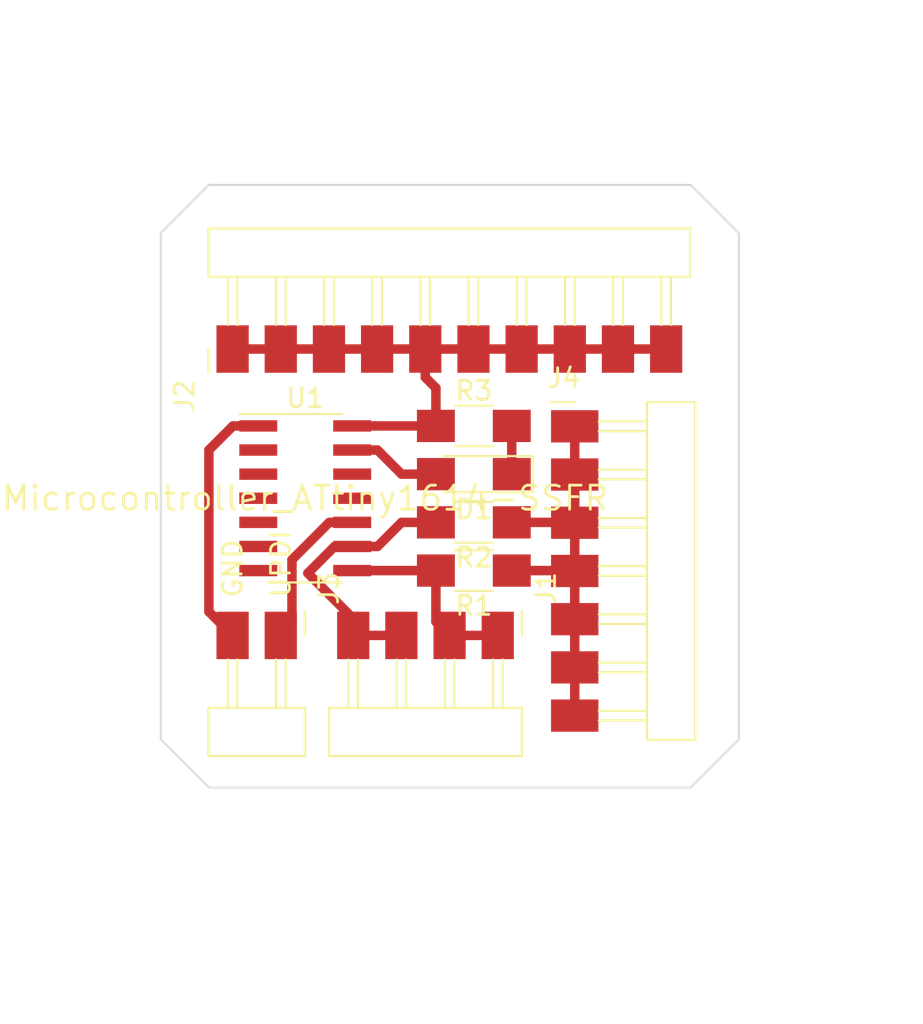
<source format=kicad_pcb>
(kicad_pcb (version 20211014) (generator pcbnew)
  (layers (0 "F.Cu" signal) (31 "B.Cu" signal) (34 "B.Paste" user) (35 "F.Paste" user) (36 "B.SilkS" user "B.Silkscreen") (37 "F.SilkS" user "F.Silkscreen") (38 "B.Mask" user) (39 "F.Mask" user) (44 "Edge.Cuts" user))
  (net 0 "")
  (net 1 "Net-(J1-Pad3)")
  (net 2 "Net-(J3-Pad1)")
  (net 3 "Net-(J3-Pad2)")
  (net 6 "Net-(D1-Pad1)")
  (net 7 "Net-(D1-Pad2)")
  (net 8 "Net-(R3-Pad1)")
  (net 9 "Net-(R1-Pad1)")
  (net 16 "Net-(R1-Pad2)")
  (footprint "fab:PinHeader_1x04_P2.54mm_Horizontal_SMD" (layer "F.Cu") (at 165.09 129.145 -90)
    (fp_text reference "J1" (at -1.524 -2.54 90) (layer "F.SilkS") (effects (justify left)))
    (fp_text value "Conn_PinHeader_1x04_P2.54mm_Horizontal_SMD")
    (fp_line (start 3.81 5.334) (end 1.27 5.334) (layer "F.SilkS") (width 0.12))
    (fp_line (start 6.35 -1.27) (end 6.35 8.89) (layer "F.SilkS") (width 0.12))
    (fp_line (start 3.81 2.286) (end 1.27 2.286) (layer "F.SilkS") (width 0.12))
    (fp_line (start 3.81 -0.254) (end 1.27 -0.254) (layer "F.SilkS") (width 0.12))
    (fp_line (start 3.81 4.826) (end 1.27 4.826) (layer "F.SilkS") (width 0.12))
    (fp_line (start 6.35 8.89) (end 3.81 8.89) (layer "F.SilkS") (width 0.12))
    (fp_line (start 3.81 2.794) (end 1.27 2.794) (layer "F.SilkS") (width 0.12))
    (fp_line (start 3.81 -1.27) (end 6.35 -1.27) (layer "F.SilkS") (width 0.12))
    (fp_line (start 3.81 7.874) (end 1.27 7.874) (layer "F.SilkS") (width 0.12))
    (fp_line (start 3.81 8.89) (end 3.81 -1.27) (layer "F.SilkS") (width 0.12))
    (fp_line (start 3.81 7.366) (end 1.27 7.366) (layer "F.SilkS") (width 0.12))
    (fp_line (start 3.81 0.254) (end 1.27 0.254) (layer "F.SilkS") (width 0.12))
    (fp_line (start -1.27 -1.27) (end 0 -1.27) (layer "F.SilkS") (width 0.12))
    (pad "1" smd rect locked (at 0 0 270) (size 2.5 1.7) (layers "F.Cu" "F.Paste" "F.Mask") (net 16 "Net-(R1-Pad2)"))
    (pad "2" smd rect locked (at 0 2.54 270) (size 2.5 1.7) (layers "F.Cu" "F.Paste" "F.Mask") (net 16 "Net-(R1-Pad2)"))
    (pad "3" smd rect locked (at 0 5.08 270) (size 2.5 1.7) (layers "F.Cu" "F.Paste" "F.Mask") (net 1 "Net-(J1-Pad3)"))
    (pad "4" smd rect locked (at 0 7.62 270) (size 2.5 1.7) (layers "F.Cu" "F.Paste" "F.Mask") (net 1 "Net-(J1-Pad3)"))
  )
  (footprint "fab:R_1206" (layer "F.Cu") (at 163.83 118.11)
    (fp_text reference "R3" (at 0 -1.85) (layer "F.SilkS"))
    (fp_text value "R")
    (fp_line (start 1 1.07) (end -1 1.07) (layer "F.SilkS") (width 0.12))
    (fp_line (start -1 -1.07) (end 1 -1.07) (layer "F.SilkS") (width 0.12))
    (pad "1" smd rect locked (at -2 0) (size 2 1.7) (layers "F.Cu" "F.Paste" "F.Mask") (net 8 "Net-(R3-Pad1)"))
    (pad "2" smd rect locked (at 2 0) (size 2 1.7) (layers "F.Cu" "F.Paste" "F.Mask") (net 6 "Net-(D1-Pad1)"))
  )
  (footprint "fab:PinHeader_UPDI_01x02_P2.54mm_Horizontal_SMD" (layer "F.Cu") (at 153.65 129.145 -90)
    (fp_text reference "J3" (at -1.524 -2.54 90) (layer "F.SilkS") (effects (justify left)))
    (fp_text value "Conn_PinHeader_1x02_P2.54mm_Horizontal_SMD")
    (fp_text user "GND" (at -1.905 2.54 90) (layer "F.SilkS") (effects (justify left)))
    (fp_text user "UPDI" (at -1.905 0 90) (layer "F.SilkS") (effects (justify left)))
    (fp_line (start 3.81 -1.27) (end 6.35 -1.27) (layer "F.SilkS") (width 0.12))
    (fp_line (start 3.81 -0.254) (end 1.27 -0.254) (layer "F.SilkS") (width 0.12))
    (fp_line (start 3.81 2.794) (end 1.27 2.794) (layer "F.SilkS") (width 0.12))
    (fp_line (start 3.81 3.81) (end 3.81 -1.27) (layer "F.SilkS") (width 0.12))
    (fp_line (start 3.81 2.286) (end 1.27 2.286) (layer "F.SilkS") (width 0.12))
    (fp_line (start 6.35 -1.27) (end 6.35 3.81) (layer "F.SilkS") (width 0.12))
    (fp_line (start 3.81 0.254) (end 1.27 0.254) (layer "F.SilkS") (width 0.12))
    (fp_line (start -1.27 -1.27) (end 0 -1.27) (layer "F.SilkS") (width 0.12))
    (fp_line (start 6.35 3.81) (end 3.81 3.81) (layer "F.SilkS") (width 0.12))
    (pad "1" smd rect locked (at 0 0 270) (size 2.5 1.7) (layers "F.Cu" "F.Paste" "F.Mask") (net 2 "Net-(J3-Pad1)"))
    (pad "2" smd rect locked (at 0 2.54 270) (size 2.5 1.7) (layers "F.Cu" "F.Paste" "F.Mask") (net 3 "Net-(J3-Pad2)"))
  )
  (footprint "fab:SOIC-14_3.9x8.7mm_P1.27mm" (layer "F.Cu") (at 154.94 121.92)
    (fp_text reference "U1" (at 0 -5.28) (layer "F.SilkS"))
    (fp_text value "Microcontroller_ATtiny1614-SSFR" (at 0 0) (layer "F.SilkS") (effects (font (size 1.27 1.27))))
    (fp_line (start 0 4.435) (end 1.95 4.435) (layer "F.SilkS") (width 0.12))
    (fp_line (start 0 -4.435) (end -3.45 -4.435) (layer "F.SilkS") (width 0.12))
    (fp_line (start 0 -4.435) (end 1.95 -4.435) (layer "F.SilkS") (width 0.12))
    (fp_line (start 0 4.435) (end -1.95 4.435) (layer "F.SilkS") (width 0.12))
    (pad "1" smd rect (at -2.475 -3.81) (size 2 0.6) (layers "F.Cu" "F.Paste" "F.Mask") (net 3 "Net-(J3-Pad2)"))
    (pad "2" smd rect (at -2.475 -2.54) (size 2 0.6) (layers "F.Cu" "F.Paste" "F.Mask"))
    (pad "3" smd rect (at -2.475 -1.27) (size 2 0.6) (layers "F.Cu" "F.Paste" "F.Mask"))
    (pad "4" smd rect (at -2.475 0) (size 2 0.6) (layers "F.Cu" "F.Paste" "F.Mask"))
    (pad "5" smd rect (at -2.475 1.27) (size 2 0.6) (layers "F.Cu" "F.Paste" "F.Mask"))
    (pad "6" smd rect (at -2.475 2.54) (size 2 0.6) (layers "F.Cu" "F.Paste" "F.Mask"))
    (pad "7" smd rect (at -2.475 3.81) (size 2 0.6) (layers "F.Cu" "F.Paste" "F.Mask"))
    (pad "8" smd rect (at 2.475 3.81) (size 2 0.6) (layers "F.Cu" "F.Paste" "F.Mask") (net 16 "Net-(R1-Pad2)"))
    (pad "9" smd rect (at 2.475 2.54) (size 2 0.6) (layers "F.Cu" "F.Paste" "F.Mask") (net 1 "Net-(J1-Pad3)"))
    (pad "10" smd rect (at 2.475 1.27) (size 2 0.6) (layers "F.Cu" "F.Paste" "F.Mask") (net 2 "Net-(J3-Pad1)"))
    (pad "11" smd rect (at 2.475 0) (size 2 0.6) (layers "F.Cu" "F.Paste" "F.Mask"))
    (pad "12" smd rect (at 2.475 -1.27) (size 2 0.6) (layers "F.Cu" "F.Paste" "F.Mask"))
    (pad "13" smd rect (at 2.475 -2.54) (size 2 0.6) (layers "F.Cu" "F.Paste" "F.Mask") (net 7 "Net-(D1-Pad2)"))
    (pad "14" smd rect (at 2.475 -3.81) (size 2 0.6) (layers "F.Cu" "F.Paste" "F.Mask") (net 8 "Net-(R3-Pad1)"))
  )
  (footprint "fab:R_1206" (layer "F.Cu") (at 163.83 123.19 180)
    (fp_text reference "R2" (at 0 -1.85) (layer "F.SilkS"))
    (fp_text value "R")
    (fp_line (start -1 -1.07) (end 1 -1.07) (layer "F.SilkS") (width 0.12))
    (fp_line (start 1 1.07) (end -1 1.07) (layer "F.SilkS") (width 0.12))
    (pad "1" smd rect locked (at -2 0 180) (size 2 1.7) (layers "F.Cu" "F.Paste" "F.Mask") (net 9 "Net-(R1-Pad1)"))
    (pad "2" smd rect locked (at 2 0 180) (size 2 1.7) (layers "F.Cu" "F.Paste" "F.Mask") (net 1 "Net-(J1-Pad3)"))
  )
  (footprint "fab:PinHeader_1x07_P2.54mm_Horizontal_SMD" (layer "F.Cu") (at 169.15 118.13)
    (fp_text reference "J4" (at -1.524 -2.54 180) (layer "F.SilkS") (effects (justify left)))
    (fp_text value "Conn_PinHeader_1x07_P2.54mm_Horizontal_SMD")
    (fp_line (start 3.81 12.954) (end 1.27 12.954) (layer "F.SilkS") (width 0.12))
    (fp_line (start 3.81 7.366) (end 1.27 7.366) (layer "F.SilkS") (width 0.12))
    (fp_line (start 6.35 -1.27) (end 6.35 16.51) (layer "F.SilkS") (width 0.12))
    (fp_line (start 3.81 15.494) (end 1.27 15.494) (layer "F.SilkS") (width 0.12))
    (fp_line (start 3.81 5.334) (end 1.27 5.334) (layer "F.SilkS") (width 0.12))
    (fp_line (start 3.81 0.254) (end 1.27 0.254) (layer "F.SilkS") (width 0.12))
    (fp_line (start 3.81 16.51) (end 3.81 -1.27) (layer "F.SilkS") (width 0.12))
    (fp_line (start 3.81 2.286) (end 1.27 2.286) (layer "F.SilkS") (width 0.12))
    (fp_line (start 3.81 2.794) (end 1.27 2.794) (layer "F.SilkS") (width 0.12))
    (fp_line (start -1.27 -1.27) (end 0 -1.27) (layer "F.SilkS") (width 0.12))
    (fp_line (start 6.35 16.51) (end 3.81 16.51) (layer "F.SilkS") (width 0.12))
    (fp_line (start 3.81 -0.254) (end 1.27 -0.254) (layer "F.SilkS") (width 0.12))
    (fp_line (start 3.81 10.414) (end 1.27 10.414) (layer "F.SilkS") (width 0.12))
    (fp_line (start 3.81 7.874) (end 1.27 7.874) (layer "F.SilkS") (width 0.12))
    (fp_line (start 3.81 9.906) (end 1.27 9.906) (layer "F.SilkS") (width 0.12))
    (fp_line (start 3.81 4.826) (end 1.27 4.826) (layer "F.SilkS") (width 0.12))
    (fp_line (start 3.81 14.986) (end 1.27 14.986) (layer "F.SilkS") (width 0.12))
    (fp_line (start 3.81 12.446) (end 1.27 12.446) (layer "F.SilkS") (width 0.12))
    (fp_line (start 3.81 -1.27) (end 6.35 -1.27) (layer "F.SilkS") (width 0.12))
    (pad "1" smd rect locked (at 0 0) (size 2.5 1.7) (layers "F.Cu" "F.Paste" "F.Mask") (net 9 "Net-(R1-Pad1)"))
    (pad "2" smd rect locked (at 0 2.54) (size 2.5 1.7) (layers "F.Cu" "F.Paste" "F.Mask") (net 9 "Net-(R1-Pad1)"))
    (pad "3" smd rect locked (at 0 5.08) (size 2.5 1.7) (layers "F.Cu" "F.Paste" "F.Mask") (net 9 "Net-(R1-Pad1)"))
    (pad "4" smd rect locked (at 0 7.62) (size 2.5 1.7) (layers "F.Cu" "F.Paste" "F.Mask") (net 9 "Net-(R1-Pad1)"))
    (pad "5" smd rect locked (at 0 10.16) (size 2.5 1.7) (layers "F.Cu" "F.Paste" "F.Mask") (net 9 "Net-(R1-Pad1)"))
    (pad "6" smd rect locked (at 0 12.7) (size 2.5 1.7) (layers "F.Cu" "F.Paste" "F.Mask") (net 9 "Net-(R1-Pad1)"))
    (pad "7" smd rect locked (at 0 15.24) (size 2.5 1.7) (layers "F.Cu" "F.Paste" "F.Mask") (net 9 "Net-(R1-Pad1)"))
  )
  (footprint "fab:PinHeader_1x10_P2.54mm_Horizontal_SMD" (layer "F.Cu") (at 151.11 114.06 90)
    (fp_text reference "J2" (at -1.524 -2.54 90) (layer "F.SilkS") (effects (justify right)))
    (fp_text value "Conn_PinHeader_1x10_P2.54mm_Horizontal_SMD")
    (fp_line (start 3.81 2.286) (end 1.27 2.286) (layer "F.SilkS") (width 0.12))
    (fp_line (start 3.81 18.034) (end 1.27 18.034) (layer "F.SilkS") (width 0.12))
    (fp_line (start 6.35 -1.27) (end 6.35 24.13) (layer "F.SilkS") (width 0.12))
    (fp_line (start 3.81 14.986) (end 1.27 14.986) (layer "F.SilkS") (width 0.12))
    (fp_line (start 3.81 24.13) (end 3.81 -1.27) (layer "F.SilkS") (width 0.12))
    (fp_line (start 3.81 17.526) (end 1.27 17.526) (layer "F.SilkS") (width 0.12))
    (fp_line (start -1.27 -1.27) (end 0 -1.27) (layer "F.SilkS") (width 0.12))
    (fp_line (start 3.81 0.254) (end 1.27 0.254) (layer "F.SilkS") (width 0.12))
    (fp_line (start 3.81 9.906) (end 1.27 9.906) (layer "F.SilkS") (width 0.12))
    (fp_line (start 3.81 2.794) (end 1.27 2.794) (layer "F.SilkS") (width 0.12))
    (fp_line (start 3.81 12.446) (end 1.27 12.446) (layer "F.SilkS") (width 0.12))
    (fp_line (start 6.35 24.13) (end 3.81 24.13) (layer "F.SilkS") (width 0.12))
    (fp_line (start 3.81 12.954) (end 1.27 12.954) (layer "F.SilkS") (width 0.12))
    (fp_line (start 3.81 10.414) (end 1.27 10.414) (layer "F.SilkS") (width 0.12))
    (fp_line (start 3.81 15.494) (end 1.27 15.494) (layer "F.SilkS") (width 0.12))
    (fp_line (start 3.81 -0.254) (end 1.27 -0.254) (layer "F.SilkS") (width 0.12))
    (fp_line (start 3.81 -1.27) (end 6.35 -1.27) (layer "F.SilkS") (width 0.12))
    (fp_line (start 3.81 5.334) (end 1.27 5.334) (layer "F.SilkS") (width 0.12))
    (fp_line (start 3.81 22.606) (end 1.27 22.606) (layer "F.SilkS") (width 0.12))
    (fp_line (start 3.81 4.826) (end 1.27 4.826) (layer "F.SilkS") (width 0.12))
    (fp_line (start 3.81 20.066) (end 1.27 20.066) (layer "F.SilkS") (width 0.12))
    (fp_line (start 3.81 23.114) (end 1.27 23.114) (layer "F.SilkS") (width 0.12))
    (fp_line (start 3.81 7.874) (end 1.27 7.874) (layer "F.SilkS") (width 0.12))
    (fp_line (start 3.81 7.366) (end 1.27 7.366) (layer "F.SilkS") (width 0.12))
    (fp_line (start 3.81 20.574) (end 1.27 20.574) (layer "F.SilkS") (width 0.12))
    (pad "1" smd rect locked (at 0 0 90) (size 2.5 1.7) (layers "F.Cu" "F.Paste" "F.Mask") (net 8 "Net-(R3-Pad1)"))
    (pad "2" smd rect locked (at 0 2.54 90) (size 2.5 1.7) (layers "F.Cu" "F.Paste" "F.Mask") (net 8 "Net-(R3-Pad1)"))
    (pad "3" smd rect locked (at 0 5.08 90) (size 2.5 1.7) (layers "F.Cu" "F.Paste" "F.Mask") (net 8 "Net-(R3-Pad1)"))
    (pad "4" smd rect locked (at 0 7.62 90) (size 2.5 1.7) (layers "F.Cu" "F.Paste" "F.Mask") (net 8 "Net-(R3-Pad1)"))
    (pad "5" smd rect locked (at 0 10.16 90) (size 2.5 1.7) (layers "F.Cu" "F.Paste" "F.Mask") (net 8 "Net-(R3-Pad1)"))
    (pad "6" smd rect locked (at 0 12.7 90) (size 2.5 1.7) (layers "F.Cu" "F.Paste" "F.Mask") (net 8 "Net-(R3-Pad1)"))
    (pad "7" smd rect locked (at 0 15.24 90) (size 2.5 1.7) (layers "F.Cu" "F.Paste" "F.Mask") (net 8 "Net-(R3-Pad1)"))
    (pad "8" smd rect locked (at 0 17.78 90) (size 2.5 1.7) (layers "F.Cu" "F.Paste" "F.Mask") (net 8 "Net-(R3-Pad1)"))
    (pad "9" smd rect locked (at 0 20.32 90) (size 2.5 1.7) (layers "F.Cu" "F.Paste" "F.Mask") (net 8 "Net-(R3-Pad1)"))
    (pad "10" smd rect locked (at 0 22.86 90) (size 2.5 1.7) (layers "F.Cu" "F.Paste" "F.Mask") (net 8 "Net-(R3-Pad1)"))
  )
  (footprint "fab:LED_1206" (layer "F.Cu") (at 163.83 120.65 180)
    (fp_text reference "D1" (at 0 -1.85) (layer "F.SilkS"))
    (fp_text value "LED")
    (fp_line (start -3.1 -0.95) (end -3.1 0.95) (layer "F.SilkS") (width 0.12))
    (fp_line (start -3.1 0.95) (end 1.6 0.95) (layer "F.SilkS") (width 0.12))
    (fp_line (start -3.1 -0.95) (end 1.6 -0.95) (layer "F.SilkS") (width 0.12))
    (pad "1" smd rect locked (at -2 0 180) (size 2 1.7) (layers "F.Cu" "F.Paste" "F.Mask") (net 6 "Net-(D1-Pad1)"))
    (pad "2" smd rect locked (at 2 0 180) (size 2 1.7) (layers "F.Cu" "F.Paste" "F.Mask") (net 7 "Net-(D1-Pad2)"))
  )
  (footprint "fab:R_1206" (layer "F.Cu") (at 163.83 125.73 180)
    (fp_text reference "R1" (at 0 -1.85) (layer "F.SilkS"))
    (fp_text value "R")
    (fp_line (start 1 1.07) (end -1 1.07) (layer "F.SilkS") (width 0.12))
    (fp_line (start -1 -1.07) (end 1 -1.07) (layer "F.SilkS") (width 0.12))
    (pad "1" smd rect locked (at -2 0 180) (size 2 1.7) (layers "F.Cu" "F.Paste" "F.Mask") (net 9 "Net-(R1-Pad1)"))
    (pad "2" smd rect locked (at 2 0 180) (size 2 1.7) (layers "F.Cu" "F.Paste" "F.Mask") (net 16 "Net-(R1-Pad2)"))
  )
  (gr_line (start 177.8 107.95) (end 177.8 134.62) (layer "Edge.Cuts") (width 0.1))
  (gr_line (start 147.32 107.95) (end 149.86 105.41) (layer "Edge.Cuts") (width 0.1))
  (gr_line (start 149.86 137.16) (end 147.32 134.62) (layer "Edge.Cuts") (width 0.1))
  (gr_line (start 177.8 134.62) (end 175.26 137.16) (layer "Edge.Cuts") (width 0.1))
  (gr_line (start 175.26 137.16) (end 149.86 137.16) (layer "Edge.Cuts") (width 0.1))
  (gr_line (start 149.86 105.41) (end 175.26 105.41) (layer "Edge.Cuts") (width 0.1))
  (gr_line (start 175.26 105.41) (end 177.8 107.95) (layer "Edge.Cuts") (width 0.1))
  (gr_line (start 147.32 134.62) (end 147.32 107.95) (layer "Edge.Cuts") (width 0.1))
  (gr_line (start 149.86 105.41) (end 149.86 105.41) (layer "Edge.Cuts") (width 0.1))
  (segment (start 157.47 128.26) (end 157.47 129.145) (width 0.5) (layer "F.Cu") (net 1))
  (segment (start 157.415 124.46) (end 156.485978 124.46) (width 0.5) (layer "F.Cu") (net 1))
  (segment (start 158.75 124.46) (end 160.02 123.19) (width 0.5) (layer "F.Cu") (net 1))
  (segment (start 157.47 129.145) (end 160.01 129.145) (width 0.5) (layer "F.Cu") (net 1))
  (segment (start 155.077989 125.867989) (end 157.47 128.26) (width 0.5) (layer "F.Cu") (net 1))
  (segment (start 156.485978 124.46) (end 155.077989 125.867989) (width 0.5) (layer "F.Cu") (net 1))
  (segment (start 157.415 124.46) (end 158.75 124.46) (width 0.5) (layer "F.Cu") (net 1))
  (segment (start 160.02 123.19) (end 161.83 123.19) (width 0.5) (layer "F.Cu") (net 1))
  (segment (start 154.24048 125.15952) (end 156.21 123.19) (width 0.5) (layer "F.Cu") (net 2))
  (segment (start 156.21 123.19) (end 157.415 123.19) (width 0.5) (layer "F.Cu") (net 2))
  (segment (start 154.24048 128.55452) (end 154.24048 125.15952) (width 0.5) (layer "F.Cu") (net 2))
  (segment (start 153.65 129.145) (end 154.24048 128.55452) (width 0.5) (layer "F.Cu") (net 2))
  (segment (start 151.13 118.11) (end 149.86 119.38) (width 0.5) (layer "F.Cu") (net 3))
  (segment (start 152.465 118.11) (end 151.13 118.11) (width 0.5) (layer "F.Cu") (net 3))
  (segment (start 149.86 119.38) (end 149.86 127.895) (width 0.5) (layer "F.Cu") (net 3))
  (segment (start 149.86 127.895) (end 151.11 129.145) (width 0.5) (layer "F.Cu") (net 3))
  (segment (start 165.83 120.65) (end 165.83 118.11) (width 0.5) (layer "F.Cu") (net 6))
  (segment (start 160.02 120.65) (end 161.83 120.65) (width 0.5) (layer "F.Cu") (net 7))
  (segment (start 157.415 119.38) (end 158.75 119.38) (width 0.5) (layer "F.Cu") (net 7))
  (segment (start 158.75 119.38) (end 160.02 120.65) (width 0.5) (layer "F.Cu") (net 7))
  (segment (start 151.11 114.06) (end 173.97 114.06) (width 0.5) (layer "F.Cu") (net 8))
  (segment (start 161.83 116.11) (end 161.83 118.11) (width 0.5) (layer "F.Cu") (net 8))
  (segment (start 157.415 118.11) (end 161.83 118.11) (width 0.5) (layer "F.Cu") (net 8))
  (segment (start 161.27 115.55) (end 161.83 116.11) (width 0.5) (layer "F.Cu") (net 8))
  (segment (start 161.27 114.06) (end 161.27 115.55) (width 0.5) (layer "F.Cu") (net 8))
  (segment (start 169.13 123.19) (end 169.15 123.21) (width 0.5) (layer "F.Cu") (net 9))
  (segment (start 169.15 118.13) (end 169.15 133.37) (width 0.5) (layer "F.Cu") (net 9))
  (segment (start 165.83 125.73) (end 169.13 125.73) (width 0.5) (layer "F.Cu") (net 9))
  (segment (start 165.83 123.19) (end 169.13 123.19) (width 0.5) (layer "F.Cu") (net 9))
  (segment (start 169.13 125.73) (end 169.15 125.75) (width 0.5) (layer "F.Cu") (net 9))
  (segment (start 162.55 129.145) (end 165.09 129.145) (width 0.5) (layer "F.Cu") (net 16))
  (segment (start 157.415 125.73) (end 161.83 125.73) (width 0.5) (layer "F.Cu") (net 16))
  (segment (start 161.83 125.73) (end 161.83 128.425) (width 0.5) (layer "F.Cu") (net 16))
  (segment (start 161.83 128.425) (end 162.55 129.145) (width 0.5) (layer "F.Cu") (net 16))
)
</source>
